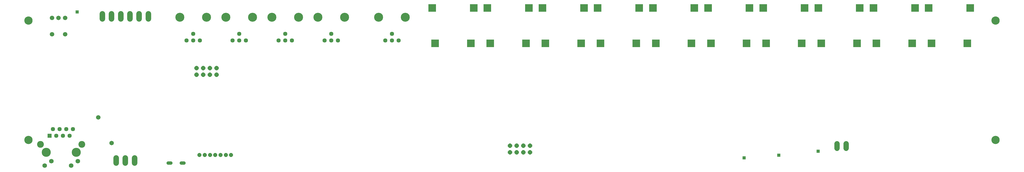
<source format=gbr>
G04 EAGLE Gerber RS-274X export*
G75*
%MOMM*%
%FSLAX34Y34*%
%LPD*%
%INSoldermask Bottom*%
%IPPOS*%
%AMOC8*
5,1,8,0,0,1.08239X$1,22.5*%
G01*
%ADD10C,3.149600*%
%ADD11C,2.003200*%
%ADD12C,1.711200*%
%ADD13P,1.759533X8X202.500000*%
%ADD14P,1.635708X8X112.500000*%
%ADD15C,1.611200*%
%ADD16C,3.419200*%
%ADD17C,2.153200*%
%ADD18R,2.858200X2.858200*%
%ADD19C,1.261200*%
%ADD20R,1.611200X1.611200*%
%ADD21C,1.733200*%
%ADD22C,2.603200*%
%ADD23C,3.453200*%
%ADD24C,1.703200*%
%ADD25R,1.209600X1.209600*%


D10*
X53340Y127000D03*
X53340Y584200D03*
X3736340Y127000D03*
X3736340Y584200D03*
D11*
X3167100Y113140D02*
X3167100Y95140D01*
X3132100Y95140D02*
X3132100Y113140D01*
D12*
X192640Y594360D03*
X142640Y594360D03*
X167640Y594360D03*
X192640Y531860D03*
X142640Y531860D03*
D13*
X769620Y402590D03*
X769620Y377190D03*
X744220Y402590D03*
X744220Y377190D03*
X718820Y402590D03*
X718820Y377190D03*
X693420Y402590D03*
X693420Y377190D03*
D14*
X704540Y69850D03*
X724540Y69850D03*
X744540Y69850D03*
X764540Y69850D03*
X784540Y69850D03*
X804540Y69850D03*
X824540Y69850D03*
D15*
X1437640Y533654D03*
X1463040Y508254D03*
X1437640Y508254D03*
X1412240Y508254D03*
D16*
X1488440Y597154D03*
X1386840Y597154D03*
D17*
X334140Y591468D02*
X334140Y610968D01*
X369140Y610968D02*
X369140Y591468D01*
X404140Y591468D02*
X404140Y610968D01*
X439140Y610968D02*
X439140Y591468D01*
X474140Y591468D02*
X474140Y610968D01*
X509140Y610968D02*
X509140Y591468D01*
D18*
X1601796Y497088D03*
X1737796Y497088D03*
X1590796Y633088D03*
X1748796Y633088D03*
X1811854Y497088D03*
X1947854Y497088D03*
X1800854Y633088D03*
X1958854Y633088D03*
X2021912Y497088D03*
X2157912Y497088D03*
X2010912Y633088D03*
X2168912Y633088D03*
X2231970Y497088D03*
X2367970Y497088D03*
X2220970Y633088D03*
X2378970Y633088D03*
X2442028Y497088D03*
X2578028Y497088D03*
X2431028Y633088D03*
X2589028Y633088D03*
X2652086Y497088D03*
X2788086Y497088D03*
X2641086Y633088D03*
X2799086Y633088D03*
X2862144Y497088D03*
X2998144Y497088D03*
X2851144Y633088D03*
X3009144Y633088D03*
X3072202Y497088D03*
X3208202Y497088D03*
X3061202Y633088D03*
X3219202Y633088D03*
X3282260Y497088D03*
X3418260Y497088D03*
X3271260Y633088D03*
X3429260Y633088D03*
X3492318Y497088D03*
X3628318Y497088D03*
X3481318Y633088D03*
X3639318Y633088D03*
D15*
X1031240Y533654D03*
X1056640Y508254D03*
X1031240Y508254D03*
X1005840Y508254D03*
D16*
X1082040Y597154D03*
X980440Y597154D03*
D15*
X1206500Y533654D03*
X1231900Y508254D03*
X1206500Y508254D03*
X1181100Y508254D03*
D16*
X1257300Y597154D03*
X1155700Y597154D03*
D19*
X594970Y39700D02*
X584390Y39700D01*
X634390Y39700D02*
X644970Y39700D01*
D15*
X855980Y533654D03*
X881380Y508254D03*
X855980Y508254D03*
X830580Y508254D03*
D16*
X906780Y597154D03*
X805180Y597154D03*
D15*
X680720Y533654D03*
X706120Y508254D03*
X680720Y508254D03*
X655320Y508254D03*
D16*
X731520Y597154D03*
X629920Y597154D03*
D20*
X133350Y143240D03*
D15*
X146050Y168640D03*
X158750Y143240D03*
X171450Y168640D03*
X184150Y143240D03*
X196850Y168640D03*
X209550Y143240D03*
X222250Y168640D03*
D21*
X114550Y28940D03*
X139950Y45940D03*
X215650Y28940D03*
X241050Y45940D03*
D22*
X99050Y110240D03*
X256550Y110240D03*
D23*
X120650Y79740D03*
X234950Y79740D03*
D13*
X1963420Y105410D03*
X1963420Y80010D03*
X1938020Y105410D03*
X1938020Y80010D03*
X1912620Y105410D03*
X1912620Y80010D03*
X1887220Y105410D03*
X1887220Y80010D03*
D17*
X456640Y58772D02*
X456640Y39272D01*
X421640Y39272D02*
X421640Y58772D01*
X386640Y58772D02*
X386640Y39272D01*
D24*
X369824Y115824D03*
D25*
X3060700Y83820D03*
X2778760Y58420D03*
X2910840Y68580D03*
X238760Y617220D03*
D24*
X319278Y213360D03*
M02*

</source>
